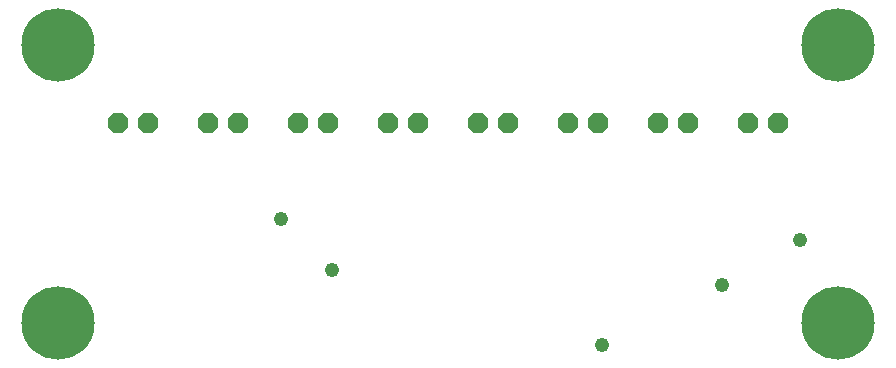
<source format=gbs>
G75*
%MOIN*%
%OFA0B0*%
%FSLAX24Y24*%
%IPPOS*%
%LPD*%
%AMOC8*
5,1,8,0,0,1.08239X$1,22.5*
%
%ADD10OC8,0.0674*%
%ADD11C,0.0480*%
%ADD12C,0.2442*%
D10*
X003430Y008080D03*
X004430Y008080D03*
X006430Y008080D03*
X007430Y008080D03*
X009430Y008080D03*
X010430Y008080D03*
X012430Y008080D03*
X013430Y008080D03*
X015430Y008080D03*
X016430Y008080D03*
X018430Y008080D03*
X019430Y008080D03*
X021430Y008080D03*
X022430Y008080D03*
X024430Y008080D03*
X025430Y008080D03*
D11*
X026180Y004180D03*
X023580Y002680D03*
X019580Y000680D03*
X010580Y003180D03*
X008880Y004880D03*
D12*
X001430Y001430D03*
X001430Y010680D03*
X027430Y010680D03*
X027430Y001430D03*
M02*

</source>
